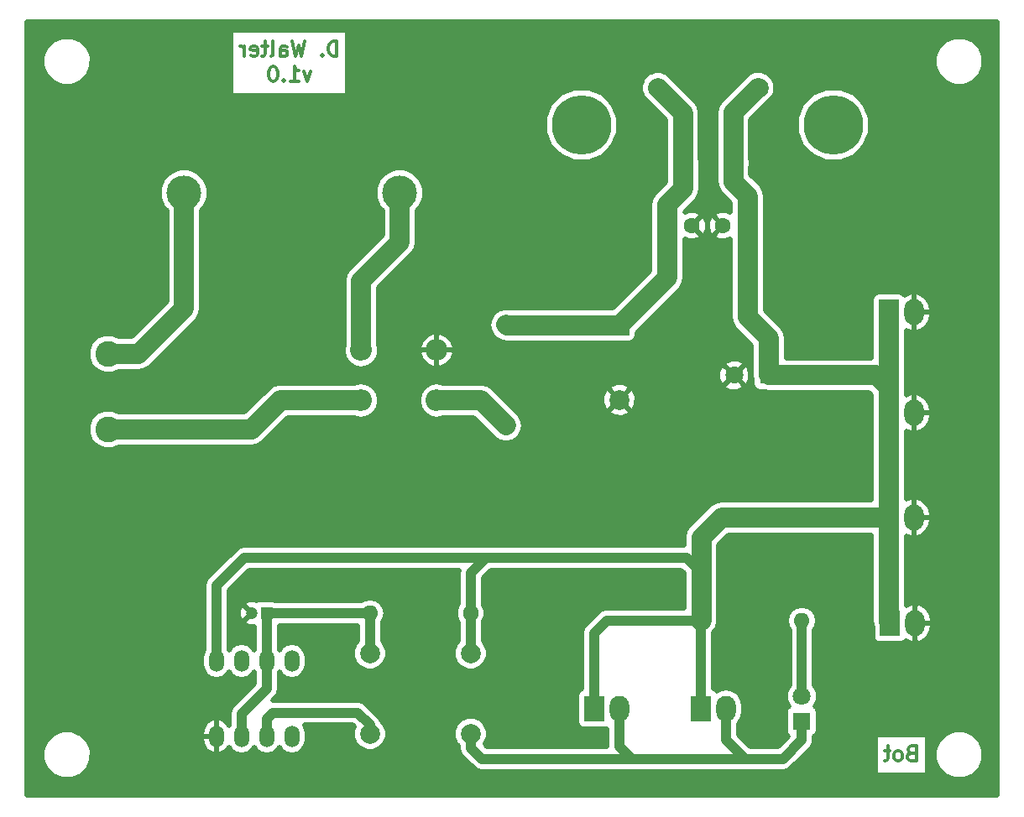
<source format=gbr>
G04 #@! TF.FileFunction,Copper,L2,Bot,Signal*
%FSLAX46Y46*%
G04 Gerber Fmt 4.6, Leading zero omitted, Abs format (unit mm)*
G04 Created by KiCad (PCBNEW 4.0.7) date 04/22/18 21:34:49*
%MOMM*%
%LPD*%
G01*
G04 APERTURE LIST*
%ADD10C,0.100000*%
%ADD11C,0.300000*%
%ADD12R,2.000000X2.600000*%
%ADD13O,2.000000X2.600000*%
%ADD14R,2.000000X2.000000*%
%ADD15C,2.000000*%
%ADD16R,1.200000X1.200000*%
%ADD17C,1.200000*%
%ADD18R,1.800000X1.800000*%
%ADD19C,1.800000*%
%ADD20O,2.199640X2.199640*%
%ADD21C,1.998980*%
%ADD22C,3.500120*%
%ADD23O,1.501140X2.199640*%
%ADD24O,2.032000X2.540000*%
%ADD25C,2.600000*%
%ADD26C,5.999480*%
%ADD27C,1.600000*%
%ADD28O,1.600000X1.600000*%
%ADD29C,2.000000*%
%ADD30C,1.000000*%
%ADD31C,0.500000*%
G04 APERTURE END LIST*
D10*
D11*
X125181714Y-66205571D02*
X125181714Y-64705571D01*
X124824571Y-64705571D01*
X124610286Y-64777000D01*
X124467428Y-64919857D01*
X124396000Y-65062714D01*
X124324571Y-65348429D01*
X124324571Y-65562714D01*
X124396000Y-65848429D01*
X124467428Y-65991286D01*
X124610286Y-66134143D01*
X124824571Y-66205571D01*
X125181714Y-66205571D01*
X123681714Y-66062714D02*
X123610286Y-66134143D01*
X123681714Y-66205571D01*
X123753143Y-66134143D01*
X123681714Y-66062714D01*
X123681714Y-66205571D01*
X121967428Y-64705571D02*
X121610285Y-66205571D01*
X121324571Y-65134143D01*
X121038857Y-66205571D01*
X120681714Y-64705571D01*
X119467428Y-66205571D02*
X119467428Y-65419857D01*
X119538857Y-65277000D01*
X119681714Y-65205571D01*
X119967428Y-65205571D01*
X120110285Y-65277000D01*
X119467428Y-66134143D02*
X119610285Y-66205571D01*
X119967428Y-66205571D01*
X120110285Y-66134143D01*
X120181714Y-65991286D01*
X120181714Y-65848429D01*
X120110285Y-65705571D01*
X119967428Y-65634143D01*
X119610285Y-65634143D01*
X119467428Y-65562714D01*
X118538856Y-66205571D02*
X118681714Y-66134143D01*
X118753142Y-65991286D01*
X118753142Y-64705571D01*
X118181714Y-65205571D02*
X117610285Y-65205571D01*
X117967428Y-64705571D02*
X117967428Y-65991286D01*
X117896000Y-66134143D01*
X117753142Y-66205571D01*
X117610285Y-66205571D01*
X116538857Y-66134143D02*
X116681714Y-66205571D01*
X116967428Y-66205571D01*
X117110285Y-66134143D01*
X117181714Y-65991286D01*
X117181714Y-65419857D01*
X117110285Y-65277000D01*
X116967428Y-65205571D01*
X116681714Y-65205571D01*
X116538857Y-65277000D01*
X116467428Y-65419857D01*
X116467428Y-65562714D01*
X117181714Y-65705571D01*
X115824571Y-66205571D02*
X115824571Y-65205571D01*
X115824571Y-65491286D02*
X115753143Y-65348429D01*
X115681714Y-65277000D01*
X115538857Y-65205571D01*
X115396000Y-65205571D01*
X122538856Y-67755571D02*
X122181713Y-68755571D01*
X121824571Y-67755571D01*
X120467428Y-68755571D02*
X121324571Y-68755571D01*
X120895999Y-68755571D02*
X120895999Y-67255571D01*
X121038856Y-67469857D01*
X121181714Y-67612714D01*
X121324571Y-67684143D01*
X119824571Y-68612714D02*
X119753143Y-68684143D01*
X119824571Y-68755571D01*
X119896000Y-68684143D01*
X119824571Y-68612714D01*
X119824571Y-68755571D01*
X118824571Y-67255571D02*
X118681714Y-67255571D01*
X118538857Y-67327000D01*
X118467428Y-67398429D01*
X118395999Y-67541286D01*
X118324571Y-67827000D01*
X118324571Y-68184143D01*
X118395999Y-68469857D01*
X118467428Y-68612714D01*
X118538857Y-68684143D01*
X118681714Y-68755571D01*
X118824571Y-68755571D01*
X118967428Y-68684143D01*
X119038857Y-68612714D01*
X119110285Y-68469857D01*
X119181714Y-68184143D01*
X119181714Y-67827000D01*
X119110285Y-67541286D01*
X119038857Y-67398429D01*
X118967428Y-67327000D01*
X118824571Y-67255571D01*
X183118000Y-136544857D02*
X182903714Y-136616286D01*
X182832286Y-136687714D01*
X182760857Y-136830571D01*
X182760857Y-137044857D01*
X182832286Y-137187714D01*
X182903714Y-137259143D01*
X183046572Y-137330571D01*
X183618000Y-137330571D01*
X183618000Y-135830571D01*
X183118000Y-135830571D01*
X182975143Y-135902000D01*
X182903714Y-135973429D01*
X182832286Y-136116286D01*
X182832286Y-136259143D01*
X182903714Y-136402000D01*
X182975143Y-136473429D01*
X183118000Y-136544857D01*
X183618000Y-136544857D01*
X181903714Y-137330571D02*
X182046572Y-137259143D01*
X182118000Y-137187714D01*
X182189429Y-137044857D01*
X182189429Y-136616286D01*
X182118000Y-136473429D01*
X182046572Y-136402000D01*
X181903714Y-136330571D01*
X181689429Y-136330571D01*
X181546572Y-136402000D01*
X181475143Y-136473429D01*
X181403714Y-136616286D01*
X181403714Y-137044857D01*
X181475143Y-137187714D01*
X181546572Y-137259143D01*
X181689429Y-137330571D01*
X181903714Y-137330571D01*
X180975143Y-136330571D02*
X180403714Y-136330571D01*
X180760857Y-135830571D02*
X180760857Y-137116286D01*
X180689429Y-137259143D01*
X180546571Y-137330571D01*
X180403714Y-137330571D01*
D12*
X180848000Y-102235000D03*
D13*
X183388000Y-102235000D03*
D14*
X153670000Y-93405000D03*
D15*
X153670000Y-100905000D03*
D16*
X118098000Y-122428000D03*
D17*
X116598000Y-122428000D03*
D18*
X168755000Y-98425000D03*
D19*
X165255000Y-98425000D03*
D20*
X135255000Y-100965000D03*
X135255000Y-95885000D03*
X127635000Y-95885000D03*
X127635000Y-100965000D03*
D21*
X157543500Y-69405500D03*
X167703500Y-69405500D03*
X138684000Y-126492000D03*
X128524000Y-126492000D03*
X128524000Y-134620000D03*
X138684000Y-134620000D03*
D22*
X109766100Y-80010000D03*
X131533900Y-80010000D03*
D23*
X113030000Y-134874000D03*
X115570000Y-134874000D03*
X118110000Y-134874000D03*
X120650000Y-134874000D03*
X120650000Y-127254000D03*
X118110000Y-127254000D03*
X115570000Y-127254000D03*
X113030000Y-127254000D03*
D24*
X162623500Y-77025500D03*
X165163500Y-77025500D03*
X160083500Y-77025500D03*
D25*
X102108000Y-96266000D03*
X102108000Y-103886000D03*
D26*
X175260000Y-73152000D03*
X149860000Y-73152000D03*
D18*
X172085000Y-133350000D03*
D19*
X172085000Y-130810000D03*
D27*
X161925000Y-123190000D03*
D28*
X172085000Y-123190000D03*
D27*
X158496000Y-83312000D03*
X160996000Y-83312000D03*
X166624000Y-83312000D03*
X164124000Y-83312000D03*
D12*
X180848000Y-92075000D03*
D13*
X183388000Y-92075000D03*
D12*
X151130000Y-132080000D03*
D13*
X153670000Y-132080000D03*
D12*
X180848000Y-112776000D03*
D13*
X183388000Y-112776000D03*
D12*
X180975000Y-123444000D03*
D13*
X183515000Y-123444000D03*
D12*
X161925000Y-132080000D03*
D13*
X164465000Y-132080000D03*
D27*
X138684000Y-122428000D03*
D28*
X128524000Y-122428000D03*
D27*
X142240000Y-93345000D03*
D28*
X142240000Y-103505000D03*
D29*
X160083500Y-77025500D02*
X160110626Y-77052626D01*
X160110626Y-77052626D02*
X160110626Y-79617158D01*
X160110626Y-79617158D02*
X158496000Y-81231784D01*
X158496000Y-81231784D02*
X158496000Y-83312000D01*
X153670000Y-93405000D02*
X142300000Y-93405000D01*
X142300000Y-93405000D02*
X142240000Y-93345000D01*
X158496000Y-83312000D02*
X158496000Y-88579000D01*
X158496000Y-88579000D02*
X153670000Y-93405000D01*
X153610000Y-93345000D02*
X153670000Y-93405000D01*
X160083500Y-77025500D02*
X160083500Y-71945500D01*
X160083500Y-71945500D02*
X157543500Y-69405500D01*
D30*
X115850465Y-116840000D02*
X140208000Y-116840000D01*
X140208000Y-116840000D02*
X140970000Y-116840000D01*
X138684000Y-122428000D02*
X138684000Y-118364000D01*
X138684000Y-118364000D02*
X140208000Y-116840000D01*
X138684000Y-126492000D02*
X138684000Y-122428000D01*
X113030000Y-127254000D02*
X113030000Y-119660465D01*
X113030000Y-119660465D02*
X115850465Y-116840000D01*
D29*
X167703500Y-69405500D02*
X167658984Y-69405500D01*
X167658984Y-69405500D02*
X165163500Y-71900984D01*
X165163500Y-71900984D02*
X165163500Y-77025500D01*
X166624000Y-83312000D02*
X166624000Y-80336257D01*
X166624000Y-80336257D02*
X165163500Y-78875757D01*
X165163500Y-78875757D02*
X165163500Y-77025500D01*
X180848000Y-92075000D02*
X180848000Y-99695000D01*
X180848000Y-99695000D02*
X180848000Y-102235000D01*
X168755000Y-98425000D02*
X179578000Y-98425000D01*
X179578000Y-98425000D02*
X180848000Y-99695000D01*
X180848000Y-112776000D02*
X163980537Y-112776000D01*
X163980537Y-112776000D02*
X161935981Y-114820556D01*
X180848000Y-112776000D02*
X180848000Y-123317000D01*
X180848000Y-123317000D02*
X180975000Y-123444000D01*
X180848000Y-102235000D02*
X180848000Y-112776000D01*
D30*
X161931692Y-127466953D02*
X161931692Y-127000000D01*
X161931692Y-127000000D02*
X161931692Y-123196692D01*
X161925000Y-132080000D02*
X161925000Y-129780000D01*
X161925000Y-129780000D02*
X161931692Y-129773308D01*
X161931692Y-129773308D02*
X161931692Y-127000000D01*
X161925000Y-123190000D02*
X152400000Y-123190000D01*
X152400000Y-123190000D02*
X151130000Y-124460000D01*
X151130000Y-124460000D02*
X151130000Y-132080000D01*
X161931692Y-123196692D02*
X161925000Y-123190000D01*
D29*
X161935981Y-123179019D02*
X161935981Y-118364000D01*
D30*
X160411981Y-116840000D02*
X161935981Y-118364000D01*
D29*
X161935981Y-118364000D02*
X161935981Y-114820556D01*
D30*
X140970000Y-116840000D02*
X160411981Y-116840000D01*
D29*
X161925000Y-123190000D02*
X161935981Y-123179019D01*
X166624000Y-83312000D02*
X166624000Y-92557878D01*
X166624000Y-92557878D02*
X168755000Y-94688878D01*
X168755000Y-94688878D02*
X168755000Y-98425000D01*
D30*
X118110000Y-127254000D02*
X118110000Y-130088167D01*
X118110000Y-130088167D02*
X115570000Y-132628167D01*
X115570000Y-132628167D02*
X115570000Y-134874000D01*
X128524000Y-126492000D02*
X128524000Y-122428000D01*
X118098000Y-122428000D02*
X128524000Y-122428000D01*
X118110000Y-127254000D02*
X118110000Y-122440000D01*
X118110000Y-122440000D02*
X118098000Y-122428000D01*
D29*
X127635000Y-95885000D02*
X127635000Y-88866704D01*
X127635000Y-88866704D02*
X131533900Y-84967804D01*
X131533900Y-84967804D02*
X131533900Y-80010000D01*
D30*
X128524000Y-134620000D02*
X128524000Y-133726926D01*
X128524000Y-133726926D02*
X127264988Y-132467914D01*
X127264988Y-132467914D02*
X118730400Y-132467914D01*
X118730400Y-132467914D02*
X118110000Y-133088314D01*
X118110000Y-133088314D02*
X118110000Y-134874000D01*
X138684000Y-134620000D02*
X138684000Y-136033492D01*
X138684000Y-136033492D02*
X139810508Y-137160000D01*
X139810508Y-137160000D02*
X145415000Y-137160000D01*
X145415000Y-137160000D02*
X154940000Y-137160000D01*
X170175000Y-137160000D02*
X166370000Y-137160000D01*
X166370000Y-137160000D02*
X165100000Y-137160000D01*
X164465000Y-132080000D02*
X164465000Y-135255000D01*
X164465000Y-135255000D02*
X166370000Y-137160000D01*
X172085000Y-133350000D02*
X172085000Y-135250000D01*
X172085000Y-135250000D02*
X170175000Y-137160000D01*
X165100000Y-137160000D02*
X157480000Y-137160000D01*
X154940000Y-137160000D02*
X157480000Y-137160000D01*
X153670000Y-132080000D02*
X153670000Y-135890000D01*
X153670000Y-135890000D02*
X154940000Y-137160000D01*
X157480000Y-137160000D02*
X158115000Y-137160000D01*
D29*
X102108000Y-103886000D02*
X116581680Y-103886000D01*
X119502680Y-100965000D02*
X127635000Y-100965000D01*
X116581680Y-103886000D02*
X119502680Y-100965000D01*
X102108000Y-96266000D02*
X105200306Y-96266000D01*
X109766100Y-91700206D02*
X109766100Y-82484958D01*
X105200306Y-96266000D02*
X109766100Y-91700206D01*
X109766100Y-82484958D02*
X109766100Y-80010000D01*
X135255000Y-100965000D02*
X139700000Y-100965000D01*
X139700000Y-100965000D02*
X142240000Y-103505000D01*
D30*
X172085000Y-130810000D02*
X172085000Y-123190000D01*
D31*
G36*
X191774000Y-140791500D02*
X93904500Y-140791500D01*
X93904500Y-137225851D01*
X95464767Y-137225851D01*
X95844576Y-138145060D01*
X96547241Y-138848952D01*
X97465786Y-139230365D01*
X98460371Y-139231233D01*
X99379580Y-138851424D01*
X100083472Y-138148759D01*
X100464885Y-137230214D01*
X100465753Y-136235629D01*
X100085944Y-135316420D01*
X99646292Y-134876000D01*
X111529430Y-134876000D01*
X111529430Y-135225250D01*
X111644419Y-135799341D01*
X111970351Y-136285728D01*
X112457605Y-136610362D01*
X112793284Y-136705032D01*
X113028000Y-136536318D01*
X113028000Y-134876000D01*
X111529430Y-134876000D01*
X99646292Y-134876000D01*
X99383279Y-134612528D01*
X99167070Y-134522750D01*
X111529430Y-134522750D01*
X111529430Y-134872000D01*
X113028000Y-134872000D01*
X113028000Y-133211682D01*
X112793284Y-133042968D01*
X112457605Y-133137638D01*
X111970351Y-133462272D01*
X111644419Y-133948659D01*
X111529430Y-134522750D01*
X99167070Y-134522750D01*
X98464734Y-134231115D01*
X97470149Y-134230247D01*
X96550940Y-134610056D01*
X95847048Y-135312721D01*
X95465635Y-136231266D01*
X95464767Y-137225851D01*
X93904500Y-137225851D01*
X93904500Y-126868510D01*
X111529430Y-126868510D01*
X111529430Y-127639490D01*
X111643654Y-128213733D01*
X111968937Y-128700553D01*
X112455757Y-129025836D01*
X113030000Y-129140060D01*
X113604243Y-129025836D01*
X114091063Y-128700553D01*
X114300000Y-128387857D01*
X114508937Y-128700553D01*
X114995757Y-129025836D01*
X115570000Y-129140060D01*
X116144243Y-129025836D01*
X116631063Y-128700553D01*
X116840000Y-128387857D01*
X116860000Y-128417789D01*
X116860000Y-129570400D01*
X114686117Y-131744284D01*
X114415151Y-132149813D01*
X114320000Y-132628167D01*
X114320000Y-133710211D01*
X114287944Y-133758186D01*
X114089649Y-133462272D01*
X113602395Y-133137638D01*
X113266716Y-133042968D01*
X113032000Y-133211682D01*
X113032000Y-134872000D01*
X113052000Y-134872000D01*
X113052000Y-134876000D01*
X113032000Y-134876000D01*
X113032000Y-136536318D01*
X113266716Y-136705032D01*
X113602395Y-136610362D01*
X114089649Y-136285728D01*
X114287944Y-135989814D01*
X114508937Y-136320553D01*
X114995757Y-136645836D01*
X115570000Y-136760060D01*
X116144243Y-136645836D01*
X116631063Y-136320553D01*
X116840000Y-136007857D01*
X117048937Y-136320553D01*
X117535757Y-136645836D01*
X118110000Y-136760060D01*
X118684243Y-136645836D01*
X119171063Y-136320553D01*
X119380000Y-136007857D01*
X119588937Y-136320553D01*
X120075757Y-136645836D01*
X120650000Y-136760060D01*
X121224243Y-136645836D01*
X121711063Y-136320553D01*
X122036346Y-135833733D01*
X122150570Y-135259490D01*
X122150570Y-134488510D01*
X122036346Y-133914267D01*
X121905147Y-133717914D01*
X126747222Y-133717914D01*
X126928843Y-133899535D01*
X126774814Y-134270478D01*
X126774207Y-134966468D01*
X127039989Y-135609712D01*
X127531699Y-136102281D01*
X128174478Y-136369186D01*
X128870468Y-136369793D01*
X129513712Y-136104011D01*
X130006281Y-135612301D01*
X130273186Y-134969522D01*
X130273793Y-134273532D01*
X130008011Y-133630288D01*
X129691761Y-133313486D01*
X129678849Y-133248572D01*
X129654200Y-133211682D01*
X129407884Y-132843043D01*
X128148871Y-131584031D01*
X127743342Y-131313065D01*
X127264988Y-131217914D01*
X118748020Y-131217914D01*
X118993883Y-130972051D01*
X119264849Y-130566522D01*
X119281989Y-130480355D01*
X119360000Y-130088167D01*
X119360000Y-128417789D01*
X119380000Y-128387857D01*
X119588937Y-128700553D01*
X120075757Y-129025836D01*
X120650000Y-129140060D01*
X121224243Y-129025836D01*
X121711063Y-128700553D01*
X122036346Y-128213733D01*
X122150570Y-127639490D01*
X122150570Y-126868510D01*
X122036346Y-126294267D01*
X121711063Y-125807447D01*
X121224243Y-125482164D01*
X120650000Y-125367940D01*
X120075757Y-125482164D01*
X119588937Y-125807447D01*
X119380000Y-126120143D01*
X119360000Y-126090211D01*
X119360000Y-123678000D01*
X127274000Y-123678000D01*
X127274000Y-125267823D01*
X127041719Y-125499699D01*
X126774814Y-126142478D01*
X126774207Y-126838468D01*
X127039989Y-127481712D01*
X127531699Y-127974281D01*
X128174478Y-128241186D01*
X128870468Y-128241793D01*
X129513712Y-127976011D01*
X130006281Y-127484301D01*
X130273186Y-126841522D01*
X130273793Y-126145532D01*
X130008011Y-125502288D01*
X129774000Y-125267868D01*
X129774000Y-123339008D01*
X129986379Y-123021159D01*
X130104366Y-122428000D01*
X129986379Y-121834841D01*
X129650382Y-121331984D01*
X129147525Y-120995987D01*
X128554366Y-120878000D01*
X128493634Y-120878000D01*
X127900475Y-120995987D01*
X127628072Y-121178000D01*
X119075192Y-121178000D01*
X118995508Y-121123554D01*
X118698000Y-121063307D01*
X117498000Y-121063307D01*
X117220067Y-121115604D01*
X117118028Y-121181264D01*
X116917380Y-121089117D01*
X116380700Y-121068812D01*
X115877103Y-121255431D01*
X115790563Y-121313255D01*
X115758702Y-121585874D01*
X116598000Y-122425172D01*
X116612143Y-122411030D01*
X116614971Y-122413858D01*
X116600828Y-122428000D01*
X116614971Y-122442143D01*
X116612143Y-122444971D01*
X116598000Y-122430828D01*
X115758702Y-123270126D01*
X115790563Y-123542745D01*
X116278620Y-123766883D01*
X116815300Y-123787188D01*
X116860000Y-123770623D01*
X116860000Y-126090211D01*
X116840000Y-126120143D01*
X116631063Y-125807447D01*
X116144243Y-125482164D01*
X115570000Y-125367940D01*
X114995757Y-125482164D01*
X114508937Y-125807447D01*
X114300000Y-126120143D01*
X114280000Y-126090211D01*
X114280000Y-122645300D01*
X115238812Y-122645300D01*
X115425431Y-123148897D01*
X115483255Y-123235437D01*
X115755874Y-123267298D01*
X116595172Y-122428000D01*
X115755874Y-121588702D01*
X115483255Y-121620563D01*
X115259117Y-122108620D01*
X115238812Y-122645300D01*
X114280000Y-122645300D01*
X114280000Y-120178231D01*
X116368232Y-118090000D01*
X137488502Y-118090000D01*
X137434000Y-118364000D01*
X137434000Y-121485699D01*
X137370740Y-121548849D01*
X137134270Y-122118333D01*
X137133732Y-122734961D01*
X137369208Y-123304857D01*
X137434000Y-123369762D01*
X137434000Y-125267823D01*
X137201719Y-125499699D01*
X136934814Y-126142478D01*
X136934207Y-126838468D01*
X137199989Y-127481712D01*
X137691699Y-127974281D01*
X138334478Y-128241186D01*
X139030468Y-128241793D01*
X139673712Y-127976011D01*
X140166281Y-127484301D01*
X140433186Y-126841522D01*
X140433793Y-126145532D01*
X140168011Y-125502288D01*
X139934000Y-125267868D01*
X139934000Y-123370301D01*
X139997260Y-123307151D01*
X140233730Y-122737667D01*
X140234268Y-122121039D01*
X139998792Y-121551143D01*
X139934000Y-121486238D01*
X139934000Y-118881766D01*
X140725767Y-118090000D01*
X159894215Y-118090000D01*
X160185981Y-118381766D01*
X160185981Y-121940000D01*
X152400000Y-121940000D01*
X151921646Y-122035151D01*
X151516116Y-122306117D01*
X150246117Y-123576117D01*
X149975151Y-123981646D01*
X149880000Y-124460000D01*
X149880000Y-130062348D01*
X149852067Y-130067604D01*
X149596802Y-130231862D01*
X149425554Y-130482492D01*
X149365307Y-130780000D01*
X149365307Y-133380000D01*
X149417604Y-133657933D01*
X149581862Y-133913198D01*
X149832492Y-134084446D01*
X150130000Y-134144693D01*
X152130000Y-134144693D01*
X152407933Y-134092396D01*
X152420000Y-134084631D01*
X152420000Y-135890000D01*
X152423978Y-135910000D01*
X140328275Y-135910000D01*
X140098369Y-135680095D01*
X140166281Y-135612301D01*
X140433186Y-134969522D01*
X140433793Y-134273532D01*
X140168011Y-133630288D01*
X139676301Y-133137719D01*
X139033522Y-132870814D01*
X138337532Y-132870207D01*
X137694288Y-133135989D01*
X137201719Y-133627699D01*
X136934814Y-134270478D01*
X136934207Y-134966468D01*
X137199989Y-135609712D01*
X137434000Y-135844132D01*
X137434000Y-136033492D01*
X137526795Y-136500000D01*
X137529151Y-136511846D01*
X137800117Y-136917375D01*
X138926625Y-138043884D01*
X139332154Y-138314849D01*
X139810508Y-138410000D01*
X170175000Y-138410000D01*
X170653354Y-138314849D01*
X171058883Y-138043883D01*
X172968884Y-136133883D01*
X173239849Y-135728354D01*
X173314640Y-135352354D01*
X173335000Y-135250000D01*
X173335000Y-134916022D01*
X173518198Y-134798138D01*
X173583886Y-134702000D01*
X179510857Y-134702000D01*
X179510857Y-138752000D01*
X184725143Y-138752000D01*
X184725143Y-137225851D01*
X185464587Y-137225851D01*
X185844396Y-138145060D01*
X186547061Y-138848952D01*
X187465606Y-139230365D01*
X188460191Y-139231233D01*
X189379400Y-138851424D01*
X190083292Y-138148759D01*
X190464705Y-137230214D01*
X190465573Y-136235629D01*
X190085764Y-135316420D01*
X189383099Y-134612528D01*
X188464554Y-134231115D01*
X187469969Y-134230247D01*
X186550760Y-134610056D01*
X185846868Y-135312721D01*
X185465455Y-136231266D01*
X185464587Y-137225851D01*
X184725143Y-137225851D01*
X184725143Y-134702000D01*
X179510857Y-134702000D01*
X173583886Y-134702000D01*
X173689446Y-134547508D01*
X173749693Y-134250000D01*
X173749693Y-132450000D01*
X173697396Y-132172067D01*
X173533138Y-131916802D01*
X173401712Y-131827002D01*
X173482986Y-131745870D01*
X173734713Y-131139645D01*
X173735285Y-130483235D01*
X173484617Y-129876571D01*
X173335000Y-129726693D01*
X173335000Y-124101008D01*
X173547379Y-123783159D01*
X173665366Y-123190000D01*
X173547379Y-122596841D01*
X173211382Y-122093984D01*
X172708525Y-121757987D01*
X172115366Y-121640000D01*
X172054634Y-121640000D01*
X171461475Y-121757987D01*
X170958618Y-122093984D01*
X170622621Y-122596841D01*
X170504634Y-123190000D01*
X170622621Y-123783159D01*
X170835000Y-124101008D01*
X170835000Y-129726402D01*
X170687014Y-129874130D01*
X170435287Y-130480355D01*
X170434715Y-131136765D01*
X170685383Y-131743429D01*
X170768547Y-131826739D01*
X170651802Y-131901862D01*
X170480554Y-132152492D01*
X170420307Y-132450000D01*
X170420307Y-134250000D01*
X170472604Y-134527933D01*
X170636862Y-134783198D01*
X170724295Y-134842938D01*
X169657234Y-135910000D01*
X166887767Y-135910000D01*
X165715000Y-134737234D01*
X165715000Y-133638797D01*
X166081789Y-133089858D01*
X166215000Y-132420162D01*
X166215000Y-131739838D01*
X166081789Y-131070142D01*
X165702437Y-130502401D01*
X165134696Y-130123049D01*
X164465000Y-129989838D01*
X163795304Y-130123049D01*
X163514318Y-130310798D01*
X163473138Y-130246802D01*
X163222508Y-130075554D01*
X163175000Y-130065933D01*
X163175000Y-129806951D01*
X163181692Y-129773308D01*
X163181692Y-124404073D01*
X163552770Y-123848715D01*
X163685981Y-123179019D01*
X163685981Y-115545430D01*
X164705411Y-114526000D01*
X179098000Y-114526000D01*
X179098000Y-123317000D01*
X179210307Y-123881605D01*
X179210307Y-124744000D01*
X179262604Y-125021933D01*
X179426862Y-125277198D01*
X179677492Y-125448446D01*
X179975000Y-125508693D01*
X181975000Y-125508693D01*
X182252933Y-125456396D01*
X182508198Y-125292138D01*
X182581672Y-125184606D01*
X182847151Y-125361555D01*
X183239264Y-125472141D01*
X183513000Y-125306499D01*
X183513000Y-123446000D01*
X183517000Y-123446000D01*
X183517000Y-125306499D01*
X183790736Y-125472141D01*
X184182849Y-125361555D01*
X184751023Y-124982851D01*
X185131024Y-124415544D01*
X185265000Y-123746000D01*
X185265000Y-123446000D01*
X183517000Y-123446000D01*
X183513000Y-123446000D01*
X183493000Y-123446000D01*
X183493000Y-123442000D01*
X183513000Y-123442000D01*
X183513000Y-121581501D01*
X183517000Y-121581501D01*
X183517000Y-123442000D01*
X185265000Y-123442000D01*
X185265000Y-123142000D01*
X185131024Y-122472456D01*
X184751023Y-121905149D01*
X184182849Y-121526445D01*
X183790736Y-121415859D01*
X183517000Y-121581501D01*
X183513000Y-121581501D01*
X183239264Y-121415859D01*
X182847151Y-121526445D01*
X182598000Y-121692511D01*
X182598000Y-114612138D01*
X182720151Y-114693555D01*
X183112264Y-114804141D01*
X183386000Y-114638499D01*
X183386000Y-112778000D01*
X183390000Y-112778000D01*
X183390000Y-114638499D01*
X183663736Y-114804141D01*
X184055849Y-114693555D01*
X184624023Y-114314851D01*
X185004024Y-113747544D01*
X185138000Y-113078000D01*
X185138000Y-112778000D01*
X183390000Y-112778000D01*
X183386000Y-112778000D01*
X183366000Y-112778000D01*
X183366000Y-112774000D01*
X183386000Y-112774000D01*
X183386000Y-110913501D01*
X183390000Y-110913501D01*
X183390000Y-112774000D01*
X185138000Y-112774000D01*
X185138000Y-112474000D01*
X185004024Y-111804456D01*
X184624023Y-111237149D01*
X184055849Y-110858445D01*
X183663736Y-110747859D01*
X183390000Y-110913501D01*
X183386000Y-110913501D01*
X183112264Y-110747859D01*
X182720151Y-110858445D01*
X182598000Y-110939862D01*
X182598000Y-104071138D01*
X182720151Y-104152555D01*
X183112264Y-104263141D01*
X183386000Y-104097499D01*
X183386000Y-102237000D01*
X183390000Y-102237000D01*
X183390000Y-104097499D01*
X183663736Y-104263141D01*
X184055849Y-104152555D01*
X184624023Y-103773851D01*
X185004024Y-103206544D01*
X185138000Y-102537000D01*
X185138000Y-102237000D01*
X183390000Y-102237000D01*
X183386000Y-102237000D01*
X183366000Y-102237000D01*
X183366000Y-102233000D01*
X183386000Y-102233000D01*
X183386000Y-100372501D01*
X183390000Y-100372501D01*
X183390000Y-102233000D01*
X185138000Y-102233000D01*
X185138000Y-101933000D01*
X185004024Y-101263456D01*
X184624023Y-100696149D01*
X184055849Y-100317445D01*
X183663736Y-100206859D01*
X183390000Y-100372501D01*
X183386000Y-100372501D01*
X183112264Y-100206859D01*
X182720151Y-100317445D01*
X182598000Y-100398862D01*
X182598000Y-93911138D01*
X182720151Y-93992555D01*
X183112264Y-94103141D01*
X183386000Y-93937499D01*
X183386000Y-92077000D01*
X183390000Y-92077000D01*
X183390000Y-93937499D01*
X183663736Y-94103141D01*
X184055849Y-93992555D01*
X184624023Y-93613851D01*
X185004024Y-93046544D01*
X185138000Y-92377000D01*
X185138000Y-92077000D01*
X183390000Y-92077000D01*
X183386000Y-92077000D01*
X183366000Y-92077000D01*
X183366000Y-92073000D01*
X183386000Y-92073000D01*
X183386000Y-90212501D01*
X183390000Y-90212501D01*
X183390000Y-92073000D01*
X185138000Y-92073000D01*
X185138000Y-91773000D01*
X185004024Y-91103456D01*
X184624023Y-90536149D01*
X184055849Y-90157445D01*
X183663736Y-90046859D01*
X183390000Y-90212501D01*
X183386000Y-90212501D01*
X183112264Y-90046859D01*
X182720151Y-90157445D01*
X182455405Y-90333906D01*
X182396138Y-90241802D01*
X182145508Y-90070554D01*
X181848000Y-90010307D01*
X179848000Y-90010307D01*
X179570067Y-90062604D01*
X179314802Y-90226862D01*
X179143554Y-90477492D01*
X179083307Y-90775000D01*
X179083307Y-93375000D01*
X179098000Y-93453086D01*
X179098000Y-96675000D01*
X170505000Y-96675000D01*
X170505000Y-94688878D01*
X170371789Y-94019182D01*
X169992437Y-93451441D01*
X168374000Y-91833004D01*
X168374000Y-80336257D01*
X168240789Y-79666561D01*
X167861437Y-79098820D01*
X166913500Y-78150883D01*
X166913500Y-77399511D01*
X166929500Y-77319074D01*
X166929500Y-76731926D01*
X166913500Y-76651489D01*
X166913500Y-73894597D01*
X171509610Y-73894597D01*
X172079271Y-75273282D01*
X173133169Y-76329021D01*
X174510858Y-76901088D01*
X176002597Y-76902390D01*
X177381282Y-76332729D01*
X178437021Y-75278831D01*
X179009088Y-73901142D01*
X179010390Y-72409403D01*
X178440729Y-71030718D01*
X177386831Y-69974979D01*
X176009142Y-69402912D01*
X174517403Y-69401610D01*
X173138718Y-69971271D01*
X172082979Y-71025169D01*
X171510912Y-72402858D01*
X171509610Y-73894597D01*
X166913500Y-73894597D01*
X166913500Y-72625858D01*
X168619312Y-70920046D01*
X168693212Y-70889511D01*
X168938759Y-70644392D01*
X168940937Y-70642937D01*
X168942380Y-70640778D01*
X169185781Y-70397801D01*
X169318834Y-70077373D01*
X169320289Y-70075196D01*
X169320795Y-70072650D01*
X169452686Y-69755022D01*
X169452989Y-69408071D01*
X169453500Y-69405500D01*
X169452993Y-69402951D01*
X169453293Y-69059032D01*
X169320800Y-68738373D01*
X169320289Y-68735804D01*
X169318846Y-68733645D01*
X169187511Y-68415788D01*
X168942392Y-68170241D01*
X168940937Y-68168063D01*
X168938778Y-68166620D01*
X168695801Y-67923219D01*
X168375373Y-67790166D01*
X168373196Y-67788711D01*
X168370650Y-67788205D01*
X168053022Y-67656314D01*
X167706071Y-67656011D01*
X167703500Y-67655500D01*
X167658984Y-67655500D01*
X167656630Y-67655968D01*
X167357032Y-67655707D01*
X167077697Y-67771125D01*
X166989288Y-67788711D01*
X166914994Y-67838353D01*
X166713788Y-67921489D01*
X166558355Y-68076651D01*
X166421547Y-68168063D01*
X163926063Y-70663547D01*
X163546711Y-71231288D01*
X163413500Y-71900984D01*
X163413500Y-76651489D01*
X163397500Y-76731926D01*
X163397500Y-77319074D01*
X163413500Y-77399511D01*
X163413500Y-78875757D01*
X163546711Y-79545453D01*
X163926063Y-80113194D01*
X164874000Y-81061131D01*
X164874000Y-81950819D01*
X164490983Y-81774834D01*
X163874800Y-81751405D01*
X163296556Y-81965563D01*
X163196703Y-82032282D01*
X163140510Y-82325681D01*
X164124000Y-83309172D01*
X164138142Y-83295029D01*
X164140971Y-83297858D01*
X164126828Y-83312000D01*
X164140971Y-83326142D01*
X164138142Y-83328971D01*
X164124000Y-83314828D01*
X163140510Y-84298319D01*
X163196703Y-84591718D01*
X163757017Y-84849166D01*
X164373200Y-84872595D01*
X164874000Y-84687119D01*
X164874000Y-92557878D01*
X165007211Y-93227574D01*
X165386563Y-93795315D01*
X167005000Y-95413752D01*
X167005000Y-98425000D01*
X167090307Y-98853867D01*
X167090307Y-99325000D01*
X167142604Y-99602933D01*
X167306862Y-99858198D01*
X167557492Y-100029446D01*
X167855000Y-100089693D01*
X168326133Y-100089693D01*
X168755000Y-100175000D01*
X178853126Y-100175000D01*
X179098000Y-100419874D01*
X179098000Y-100862444D01*
X179083307Y-100935000D01*
X179083307Y-103535000D01*
X179098000Y-103613086D01*
X179098000Y-111026000D01*
X163980537Y-111026000D01*
X163310841Y-111159211D01*
X162743100Y-111538563D01*
X160698544Y-113583119D01*
X160319192Y-114150860D01*
X160185981Y-114820556D01*
X160185981Y-115590000D01*
X115850465Y-115590000D01*
X115372111Y-115685151D01*
X114966582Y-115956116D01*
X112146117Y-118776582D01*
X111875151Y-119182111D01*
X111780000Y-119660465D01*
X111780000Y-126090211D01*
X111643654Y-126294267D01*
X111529430Y-126868510D01*
X93904500Y-126868510D01*
X93904500Y-104291981D01*
X100057645Y-104291981D01*
X100369081Y-105045715D01*
X100945252Y-105622892D01*
X101698441Y-105935643D01*
X102513981Y-105936355D01*
X103240897Y-105636000D01*
X116581680Y-105636000D01*
X117251376Y-105502789D01*
X117819117Y-105123437D01*
X120227554Y-102715000D01*
X126950980Y-102715000D01*
X127635000Y-102851060D01*
X128342895Y-102710251D01*
X128943020Y-102309260D01*
X129344011Y-101709135D01*
X129484820Y-101001240D01*
X129484820Y-100928760D01*
X133405180Y-100928760D01*
X133405180Y-101001240D01*
X133545989Y-101709135D01*
X133946980Y-102309260D01*
X134547105Y-102710251D01*
X135255000Y-102851060D01*
X135939020Y-102715000D01*
X138975126Y-102715000D01*
X141002563Y-104742437D01*
X141570304Y-105121789D01*
X142240000Y-105255000D01*
X142909696Y-105121789D01*
X143477437Y-104742437D01*
X143856789Y-104174696D01*
X143990000Y-103505000D01*
X143856789Y-102835304D01*
X143477437Y-102267563D01*
X143245385Y-102035511D01*
X152542317Y-102035511D01*
X152622842Y-102349692D01*
X153255411Y-102640451D01*
X153951098Y-102667005D01*
X154603991Y-102425309D01*
X154717158Y-102349692D01*
X154797683Y-102035511D01*
X153670000Y-100907828D01*
X152542317Y-102035511D01*
X143245385Y-102035511D01*
X142395972Y-101186098D01*
X151907995Y-101186098D01*
X152149691Y-101838991D01*
X152225308Y-101952158D01*
X152539489Y-102032683D01*
X153667172Y-100905000D01*
X153672828Y-100905000D01*
X154800511Y-102032683D01*
X155114692Y-101952158D01*
X155405451Y-101319589D01*
X155432005Y-100623902D01*
X155190309Y-99971009D01*
X155114692Y-99857842D01*
X154800511Y-99777317D01*
X153672828Y-100905000D01*
X153667172Y-100905000D01*
X152539489Y-99777317D01*
X152225308Y-99857842D01*
X151934549Y-100490411D01*
X151907995Y-101186098D01*
X142395972Y-101186098D01*
X140984363Y-99774489D01*
X152542317Y-99774489D01*
X153670000Y-100902172D01*
X154797683Y-99774489D01*
X154723081Y-99483414D01*
X164199414Y-99483414D01*
X164267773Y-99787204D01*
X164864214Y-100061308D01*
X165520149Y-100086299D01*
X166135717Y-99858372D01*
X166242227Y-99787204D01*
X166310586Y-99483414D01*
X165255000Y-98427828D01*
X164199414Y-99483414D01*
X154723081Y-99483414D01*
X154717158Y-99460308D01*
X154084589Y-99169549D01*
X153388902Y-99142995D01*
X152736009Y-99384691D01*
X152622842Y-99460308D01*
X152542317Y-99774489D01*
X140984363Y-99774489D01*
X140937437Y-99727563D01*
X140369696Y-99348211D01*
X139700000Y-99215000D01*
X135939020Y-99215000D01*
X135255000Y-99078940D01*
X134547105Y-99219749D01*
X133946980Y-99620740D01*
X133545989Y-100220865D01*
X133405180Y-100928760D01*
X129484820Y-100928760D01*
X129344011Y-100220865D01*
X128943020Y-99620740D01*
X128342895Y-99219749D01*
X127635000Y-99078940D01*
X126950980Y-99215000D01*
X119502680Y-99215000D01*
X118832984Y-99348211D01*
X118265243Y-99727563D01*
X115856806Y-102136000D01*
X103239180Y-102136000D01*
X102517559Y-101836357D01*
X101702019Y-101835645D01*
X100948285Y-102147081D01*
X100371108Y-102723252D01*
X100058357Y-103476441D01*
X100057645Y-104291981D01*
X93904500Y-104291981D01*
X93904500Y-98690149D01*
X163593701Y-98690149D01*
X163821628Y-99305717D01*
X163892796Y-99412227D01*
X164196586Y-99480586D01*
X165252172Y-98425000D01*
X165257828Y-98425000D01*
X166313414Y-99480586D01*
X166617204Y-99412227D01*
X166891308Y-98815786D01*
X166916299Y-98159851D01*
X166688372Y-97544283D01*
X166617204Y-97437773D01*
X166313414Y-97369414D01*
X165257828Y-98425000D01*
X165252172Y-98425000D01*
X164196586Y-97369414D01*
X163892796Y-97437773D01*
X163618692Y-98034214D01*
X163593701Y-98690149D01*
X93904500Y-98690149D01*
X93904500Y-96671981D01*
X100057645Y-96671981D01*
X100369081Y-97425715D01*
X100945252Y-98002892D01*
X101698441Y-98315643D01*
X102513981Y-98316355D01*
X103240897Y-98016000D01*
X105200306Y-98016000D01*
X105870002Y-97882789D01*
X106437743Y-97503437D01*
X108092420Y-95848760D01*
X125785180Y-95848760D01*
X125785180Y-95921240D01*
X125925989Y-96629135D01*
X126326980Y-97229260D01*
X126927105Y-97630251D01*
X127635000Y-97771060D01*
X128342895Y-97630251D01*
X128943020Y-97229260D01*
X129344011Y-96629135D01*
X129434075Y-96176351D01*
X133428268Y-96176351D01*
X133678815Y-96853233D01*
X134169322Y-97382711D01*
X134825114Y-97684176D01*
X134963649Y-97711732D01*
X135253000Y-97547319D01*
X135253000Y-95887000D01*
X135257000Y-95887000D01*
X135257000Y-97547319D01*
X135546351Y-97711732D01*
X135684886Y-97684176D01*
X136340678Y-97382711D01*
X136355616Y-97366586D01*
X164199414Y-97366586D01*
X165255000Y-98422172D01*
X166310586Y-97366586D01*
X166242227Y-97062796D01*
X165645786Y-96788692D01*
X164989851Y-96763701D01*
X164374283Y-96991628D01*
X164267773Y-97062796D01*
X164199414Y-97366586D01*
X136355616Y-97366586D01*
X136831185Y-96853233D01*
X137081732Y-96176351D01*
X136917319Y-95887000D01*
X135257000Y-95887000D01*
X135253000Y-95887000D01*
X133592681Y-95887000D01*
X133428268Y-96176351D01*
X129434075Y-96176351D01*
X129484820Y-95921240D01*
X129484820Y-95848760D01*
X129434076Y-95593649D01*
X133428268Y-95593649D01*
X133592681Y-95883000D01*
X135253000Y-95883000D01*
X135253000Y-94222681D01*
X135257000Y-94222681D01*
X135257000Y-95883000D01*
X136917319Y-95883000D01*
X137081732Y-95593649D01*
X136831185Y-94916767D01*
X136340678Y-94387289D01*
X135684886Y-94085824D01*
X135546351Y-94058268D01*
X135257000Y-94222681D01*
X135253000Y-94222681D01*
X134963649Y-94058268D01*
X134825114Y-94085824D01*
X134169322Y-94387289D01*
X133678815Y-94916767D01*
X133428268Y-95593649D01*
X129434076Y-95593649D01*
X129385000Y-95346931D01*
X129385000Y-93345000D01*
X140490000Y-93345000D01*
X140623211Y-94014696D01*
X141002563Y-94582437D01*
X141062563Y-94642437D01*
X141630304Y-95021789D01*
X142300000Y-95155000D01*
X152597444Y-95155000D01*
X152670000Y-95169693D01*
X154670000Y-95169693D01*
X154947933Y-95117396D01*
X155203198Y-94953138D01*
X155374446Y-94702508D01*
X155434693Y-94405000D01*
X155434693Y-94115181D01*
X159733437Y-89816437D01*
X160112789Y-89248696D01*
X160246000Y-88579000D01*
X160246000Y-84673181D01*
X160629017Y-84849166D01*
X161245200Y-84872595D01*
X161823444Y-84658437D01*
X161923297Y-84591718D01*
X161979490Y-84298319D01*
X160996000Y-83314828D01*
X160981858Y-83328971D01*
X160979029Y-83326142D01*
X160993172Y-83312000D01*
X160998828Y-83312000D01*
X161982319Y-84295490D01*
X162275718Y-84239297D01*
X162533166Y-83678983D01*
X162537644Y-83561200D01*
X162563405Y-83561200D01*
X162777563Y-84139444D01*
X162844282Y-84239297D01*
X163137681Y-84295490D01*
X164121172Y-83312000D01*
X163137681Y-82328510D01*
X162844282Y-82384703D01*
X162586834Y-82945017D01*
X162563405Y-83561200D01*
X162537644Y-83561200D01*
X162556595Y-83062800D01*
X162342437Y-82484556D01*
X162275718Y-82384703D01*
X161982319Y-82328510D01*
X160998828Y-83312000D01*
X160993172Y-83312000D01*
X160979029Y-83297858D01*
X160981858Y-83295029D01*
X160996000Y-83309172D01*
X161979490Y-82325681D01*
X161923297Y-82032282D01*
X161362983Y-81774834D01*
X160746800Y-81751405D01*
X160277410Y-81925248D01*
X161348063Y-80854595D01*
X161727415Y-80286854D01*
X161860626Y-79617158D01*
X161860626Y-77052626D01*
X161849500Y-76996692D01*
X161849500Y-76731926D01*
X161833500Y-76651489D01*
X161833500Y-71945500D01*
X161700289Y-71275804D01*
X161320937Y-70708063D01*
X158780937Y-68168063D01*
X158778778Y-68166620D01*
X158535801Y-67923219D01*
X158215373Y-67790166D01*
X158213196Y-67788711D01*
X158210650Y-67788205D01*
X157893022Y-67656314D01*
X157546071Y-67656011D01*
X157543500Y-67655500D01*
X157540951Y-67656007D01*
X157197032Y-67655707D01*
X156876373Y-67788200D01*
X156873804Y-67788711D01*
X156871645Y-67790154D01*
X156553788Y-67921489D01*
X156308241Y-68166608D01*
X156306063Y-68168063D01*
X156304620Y-68170222D01*
X156061219Y-68413199D01*
X155928166Y-68733627D01*
X155926711Y-68735804D01*
X155926205Y-68738350D01*
X155794314Y-69055978D01*
X155794011Y-69402929D01*
X155793500Y-69405500D01*
X155794007Y-69408049D01*
X155793707Y-69751968D01*
X155926200Y-70072627D01*
X155926711Y-70075196D01*
X155928154Y-70077355D01*
X156059489Y-70395212D01*
X156304608Y-70640759D01*
X156306063Y-70642937D01*
X158333500Y-72670374D01*
X158333500Y-76651489D01*
X158317500Y-76731926D01*
X158317500Y-77319074D01*
X158360626Y-77535883D01*
X158360626Y-78892284D01*
X157258563Y-79994347D01*
X156879211Y-80562088D01*
X156746000Y-81231784D01*
X156746000Y-87854126D01*
X152959819Y-91640307D01*
X152670000Y-91640307D01*
X152591914Y-91655000D01*
X142541640Y-91655000D01*
X142240000Y-91595000D01*
X141570304Y-91728211D01*
X141002563Y-92107563D01*
X140623211Y-92675304D01*
X140490000Y-93345000D01*
X129385000Y-93345000D01*
X129385000Y-89591578D01*
X132771337Y-86205241D01*
X133150689Y-85637500D01*
X133283900Y-84967804D01*
X133283900Y-81795589D01*
X133652112Y-81428019D01*
X134033525Y-80509474D01*
X134034393Y-79514889D01*
X133654584Y-78595680D01*
X132951919Y-77891788D01*
X132033374Y-77510375D01*
X131038789Y-77509507D01*
X130119580Y-77889316D01*
X129415688Y-78591981D01*
X129034275Y-79510526D01*
X129033407Y-80505111D01*
X129413216Y-81424320D01*
X129783900Y-81795651D01*
X129783900Y-84242930D01*
X126397563Y-87629267D01*
X126018211Y-88197008D01*
X125885000Y-88866704D01*
X125885000Y-95346931D01*
X125785180Y-95848760D01*
X108092420Y-95848760D01*
X111003537Y-92937643D01*
X111382889Y-92369902D01*
X111516100Y-91700206D01*
X111516100Y-81795589D01*
X111884312Y-81428019D01*
X112265725Y-80509474D01*
X112266593Y-79514889D01*
X111886784Y-78595680D01*
X111184119Y-77891788D01*
X110265574Y-77510375D01*
X109270989Y-77509507D01*
X108351780Y-77889316D01*
X107647888Y-78591981D01*
X107266475Y-79510526D01*
X107265607Y-80505111D01*
X107645416Y-81424320D01*
X108016100Y-81795651D01*
X108016100Y-90975332D01*
X104475432Y-94516000D01*
X103239180Y-94516000D01*
X102517559Y-94216357D01*
X101702019Y-94215645D01*
X100948285Y-94527081D01*
X100371108Y-95103252D01*
X100058357Y-95856441D01*
X100057645Y-96671981D01*
X93904500Y-96671981D01*
X93904500Y-73894597D01*
X146109610Y-73894597D01*
X146679271Y-75273282D01*
X147733169Y-76329021D01*
X149110858Y-76901088D01*
X150602597Y-76902390D01*
X151981282Y-76332729D01*
X153037021Y-75278831D01*
X153609088Y-73901142D01*
X153610390Y-72409403D01*
X153040729Y-71030718D01*
X151986831Y-69974979D01*
X150609142Y-69402912D01*
X149117403Y-69401610D01*
X147738718Y-69971271D01*
X146682979Y-71025169D01*
X146110912Y-72402858D01*
X146109610Y-73894597D01*
X93904500Y-73894597D01*
X93904500Y-67225991D01*
X95464767Y-67225991D01*
X95844576Y-68145200D01*
X96547241Y-68849092D01*
X97465786Y-69230505D01*
X98460371Y-69231373D01*
X99379580Y-68851564D01*
X100083472Y-68148899D01*
X100464885Y-67230354D01*
X100465753Y-66235769D01*
X100085944Y-65316560D01*
X99383279Y-64612668D01*
X98464734Y-64231255D01*
X97470149Y-64230387D01*
X96550940Y-64610196D01*
X95847048Y-65312861D01*
X95465635Y-66231406D01*
X95464767Y-67225991D01*
X93904500Y-67225991D01*
X93904500Y-63577000D01*
X114503143Y-63577000D01*
X114503143Y-70177000D01*
X126288857Y-70177000D01*
X126288857Y-67225991D01*
X185464587Y-67225991D01*
X185844396Y-68145200D01*
X186547061Y-68849092D01*
X187465606Y-69230505D01*
X188460191Y-69231373D01*
X189379400Y-68851564D01*
X190083292Y-68148899D01*
X190464705Y-67230354D01*
X190465573Y-66235769D01*
X190085764Y-65316560D01*
X189383099Y-64612668D01*
X188464554Y-64231255D01*
X187469969Y-64230387D01*
X186550760Y-64610196D01*
X185846868Y-65312861D01*
X185465455Y-66231406D01*
X185464587Y-67225991D01*
X126288857Y-67225991D01*
X126288857Y-63577000D01*
X114503143Y-63577000D01*
X93904500Y-63577000D01*
X93904500Y-62734000D01*
X191774000Y-62734000D01*
X191774000Y-140791500D01*
X191774000Y-140791500D01*
G37*
X191774000Y-140791500D02*
X93904500Y-140791500D01*
X93904500Y-137225851D01*
X95464767Y-137225851D01*
X95844576Y-138145060D01*
X96547241Y-138848952D01*
X97465786Y-139230365D01*
X98460371Y-139231233D01*
X99379580Y-138851424D01*
X100083472Y-138148759D01*
X100464885Y-137230214D01*
X100465753Y-136235629D01*
X100085944Y-135316420D01*
X99646292Y-134876000D01*
X111529430Y-134876000D01*
X111529430Y-135225250D01*
X111644419Y-135799341D01*
X111970351Y-136285728D01*
X112457605Y-136610362D01*
X112793284Y-136705032D01*
X113028000Y-136536318D01*
X113028000Y-134876000D01*
X111529430Y-134876000D01*
X99646292Y-134876000D01*
X99383279Y-134612528D01*
X99167070Y-134522750D01*
X111529430Y-134522750D01*
X111529430Y-134872000D01*
X113028000Y-134872000D01*
X113028000Y-133211682D01*
X112793284Y-133042968D01*
X112457605Y-133137638D01*
X111970351Y-133462272D01*
X111644419Y-133948659D01*
X111529430Y-134522750D01*
X99167070Y-134522750D01*
X98464734Y-134231115D01*
X97470149Y-134230247D01*
X96550940Y-134610056D01*
X95847048Y-135312721D01*
X95465635Y-136231266D01*
X95464767Y-137225851D01*
X93904500Y-137225851D01*
X93904500Y-126868510D01*
X111529430Y-126868510D01*
X111529430Y-127639490D01*
X111643654Y-128213733D01*
X111968937Y-128700553D01*
X112455757Y-129025836D01*
X113030000Y-129140060D01*
X113604243Y-129025836D01*
X114091063Y-128700553D01*
X114300000Y-128387857D01*
X114508937Y-128700553D01*
X114995757Y-129025836D01*
X115570000Y-129140060D01*
X116144243Y-129025836D01*
X116631063Y-128700553D01*
X116840000Y-128387857D01*
X116860000Y-128417789D01*
X116860000Y-129570400D01*
X114686117Y-131744284D01*
X114415151Y-132149813D01*
X114320000Y-132628167D01*
X114320000Y-133710211D01*
X114287944Y-133758186D01*
X114089649Y-133462272D01*
X113602395Y-133137638D01*
X113266716Y-133042968D01*
X113032000Y-133211682D01*
X113032000Y-134872000D01*
X113052000Y-134872000D01*
X113052000Y-134876000D01*
X113032000Y-134876000D01*
X113032000Y-136536318D01*
X113266716Y-136705032D01*
X113602395Y-136610362D01*
X114089649Y-136285728D01*
X114287944Y-135989814D01*
X114508937Y-136320553D01*
X114995757Y-136645836D01*
X115570000Y-136760060D01*
X116144243Y-136645836D01*
X116631063Y-136320553D01*
X116840000Y-136007857D01*
X117048937Y-136320553D01*
X117535757Y-136645836D01*
X118110000Y-136760060D01*
X118684243Y-136645836D01*
X119171063Y-136320553D01*
X119380000Y-136007857D01*
X119588937Y-136320553D01*
X120075757Y-136645836D01*
X120650000Y-136760060D01*
X121224243Y-136645836D01*
X121711063Y-136320553D01*
X122036346Y-135833733D01*
X122150570Y-135259490D01*
X122150570Y-134488510D01*
X122036346Y-133914267D01*
X121905147Y-133717914D01*
X126747222Y-133717914D01*
X126928843Y-133899535D01*
X126774814Y-134270478D01*
X126774207Y-134966468D01*
X127039989Y-135609712D01*
X127531699Y-136102281D01*
X128174478Y-136369186D01*
X128870468Y-136369793D01*
X129513712Y-136104011D01*
X130006281Y-135612301D01*
X130273186Y-134969522D01*
X130273793Y-134273532D01*
X130008011Y-133630288D01*
X129691761Y-133313486D01*
X129678849Y-133248572D01*
X129654200Y-133211682D01*
X129407884Y-132843043D01*
X128148871Y-131584031D01*
X127743342Y-131313065D01*
X127264988Y-131217914D01*
X118748020Y-131217914D01*
X118993883Y-130972051D01*
X119264849Y-130566522D01*
X119281989Y-130480355D01*
X119360000Y-130088167D01*
X119360000Y-128417789D01*
X119380000Y-128387857D01*
X119588937Y-128700553D01*
X120075757Y-129025836D01*
X120650000Y-129140060D01*
X121224243Y-129025836D01*
X121711063Y-128700553D01*
X122036346Y-128213733D01*
X122150570Y-127639490D01*
X122150570Y-126868510D01*
X122036346Y-126294267D01*
X121711063Y-125807447D01*
X121224243Y-125482164D01*
X120650000Y-125367940D01*
X120075757Y-125482164D01*
X119588937Y-125807447D01*
X119380000Y-126120143D01*
X119360000Y-126090211D01*
X119360000Y-123678000D01*
X127274000Y-123678000D01*
X127274000Y-125267823D01*
X127041719Y-125499699D01*
X126774814Y-126142478D01*
X126774207Y-126838468D01*
X127039989Y-127481712D01*
X127531699Y-127974281D01*
X128174478Y-128241186D01*
X128870468Y-128241793D01*
X129513712Y-127976011D01*
X130006281Y-127484301D01*
X130273186Y-126841522D01*
X130273793Y-126145532D01*
X130008011Y-125502288D01*
X129774000Y-125267868D01*
X129774000Y-123339008D01*
X129986379Y-123021159D01*
X130104366Y-122428000D01*
X129986379Y-121834841D01*
X129650382Y-121331984D01*
X129147525Y-120995987D01*
X128554366Y-120878000D01*
X128493634Y-120878000D01*
X127900475Y-120995987D01*
X127628072Y-121178000D01*
X119075192Y-121178000D01*
X118995508Y-121123554D01*
X118698000Y-121063307D01*
X117498000Y-121063307D01*
X117220067Y-121115604D01*
X117118028Y-121181264D01*
X116917380Y-121089117D01*
X116380700Y-121068812D01*
X115877103Y-121255431D01*
X115790563Y-121313255D01*
X115758702Y-121585874D01*
X116598000Y-122425172D01*
X116612143Y-122411030D01*
X116614971Y-122413858D01*
X116600828Y-122428000D01*
X116614971Y-122442143D01*
X116612143Y-122444971D01*
X116598000Y-122430828D01*
X115758702Y-123270126D01*
X115790563Y-123542745D01*
X116278620Y-123766883D01*
X116815300Y-123787188D01*
X116860000Y-123770623D01*
X116860000Y-126090211D01*
X116840000Y-126120143D01*
X116631063Y-125807447D01*
X116144243Y-125482164D01*
X115570000Y-125367940D01*
X114995757Y-125482164D01*
X114508937Y-125807447D01*
X114300000Y-126120143D01*
X114280000Y-126090211D01*
X114280000Y-122645300D01*
X115238812Y-122645300D01*
X115425431Y-123148897D01*
X115483255Y-123235437D01*
X115755874Y-123267298D01*
X116595172Y-122428000D01*
X115755874Y-121588702D01*
X115483255Y-121620563D01*
X115259117Y-122108620D01*
X115238812Y-122645300D01*
X114280000Y-122645300D01*
X114280000Y-120178231D01*
X116368232Y-118090000D01*
X137488502Y-118090000D01*
X137434000Y-118364000D01*
X137434000Y-121485699D01*
X137370740Y-121548849D01*
X137134270Y-122118333D01*
X137133732Y-122734961D01*
X137369208Y-123304857D01*
X137434000Y-123369762D01*
X137434000Y-125267823D01*
X137201719Y-125499699D01*
X136934814Y-126142478D01*
X136934207Y-126838468D01*
X137199989Y-127481712D01*
X137691699Y-127974281D01*
X138334478Y-128241186D01*
X139030468Y-128241793D01*
X139673712Y-127976011D01*
X140166281Y-127484301D01*
X140433186Y-126841522D01*
X140433793Y-126145532D01*
X140168011Y-125502288D01*
X139934000Y-125267868D01*
X139934000Y-123370301D01*
X139997260Y-123307151D01*
X140233730Y-122737667D01*
X140234268Y-122121039D01*
X139998792Y-121551143D01*
X139934000Y-121486238D01*
X139934000Y-118881766D01*
X140725767Y-118090000D01*
X159894215Y-118090000D01*
X160185981Y-118381766D01*
X160185981Y-121940000D01*
X152400000Y-121940000D01*
X151921646Y-122035151D01*
X151516116Y-122306117D01*
X150246117Y-123576117D01*
X149975151Y-123981646D01*
X149880000Y-124460000D01*
X149880000Y-130062348D01*
X149852067Y-130067604D01*
X149596802Y-130231862D01*
X149425554Y-130482492D01*
X149365307Y-130780000D01*
X149365307Y-133380000D01*
X149417604Y-133657933D01*
X149581862Y-133913198D01*
X149832492Y-134084446D01*
X150130000Y-134144693D01*
X152130000Y-134144693D01*
X152407933Y-134092396D01*
X152420000Y-134084631D01*
X152420000Y-135890000D01*
X152423978Y-135910000D01*
X140328275Y-135910000D01*
X140098369Y-135680095D01*
X140166281Y-135612301D01*
X140433186Y-134969522D01*
X140433793Y-134273532D01*
X140168011Y-133630288D01*
X139676301Y-133137719D01*
X139033522Y-132870814D01*
X138337532Y-132870207D01*
X137694288Y-133135989D01*
X137201719Y-133627699D01*
X136934814Y-134270478D01*
X136934207Y-134966468D01*
X137199989Y-135609712D01*
X137434000Y-135844132D01*
X137434000Y-136033492D01*
X137526795Y-136500000D01*
X137529151Y-136511846D01*
X137800117Y-136917375D01*
X138926625Y-138043884D01*
X139332154Y-138314849D01*
X139810508Y-138410000D01*
X170175000Y-138410000D01*
X170653354Y-138314849D01*
X171058883Y-138043883D01*
X172968884Y-136133883D01*
X173239849Y-135728354D01*
X173314640Y-135352354D01*
X173335000Y-135250000D01*
X173335000Y-134916022D01*
X173518198Y-134798138D01*
X173583886Y-134702000D01*
X179510857Y-134702000D01*
X179510857Y-138752000D01*
X184725143Y-138752000D01*
X184725143Y-137225851D01*
X185464587Y-137225851D01*
X185844396Y-138145060D01*
X186547061Y-138848952D01*
X187465606Y-139230365D01*
X188460191Y-139231233D01*
X189379400Y-138851424D01*
X190083292Y-138148759D01*
X190464705Y-137230214D01*
X190465573Y-136235629D01*
X190085764Y-135316420D01*
X189383099Y-134612528D01*
X188464554Y-134231115D01*
X187469969Y-134230247D01*
X186550760Y-134610056D01*
X185846868Y-135312721D01*
X185465455Y-136231266D01*
X185464587Y-137225851D01*
X184725143Y-137225851D01*
X184725143Y-134702000D01*
X179510857Y-134702000D01*
X173583886Y-134702000D01*
X173689446Y-134547508D01*
X173749693Y-134250000D01*
X173749693Y-132450000D01*
X173697396Y-132172067D01*
X173533138Y-131916802D01*
X173401712Y-131827002D01*
X173482986Y-131745870D01*
X173734713Y-131139645D01*
X173735285Y-130483235D01*
X173484617Y-129876571D01*
X173335000Y-129726693D01*
X173335000Y-124101008D01*
X173547379Y-123783159D01*
X173665366Y-123190000D01*
X173547379Y-122596841D01*
X173211382Y-122093984D01*
X172708525Y-121757987D01*
X172115366Y-121640000D01*
X172054634Y-121640000D01*
X171461475Y-121757987D01*
X170958618Y-122093984D01*
X170622621Y-122596841D01*
X170504634Y-123190000D01*
X170622621Y-123783159D01*
X170835000Y-124101008D01*
X170835000Y-129726402D01*
X170687014Y-129874130D01*
X170435287Y-130480355D01*
X170434715Y-131136765D01*
X170685383Y-131743429D01*
X170768547Y-131826739D01*
X170651802Y-131901862D01*
X170480554Y-132152492D01*
X170420307Y-132450000D01*
X170420307Y-134250000D01*
X170472604Y-134527933D01*
X170636862Y-134783198D01*
X170724295Y-134842938D01*
X169657234Y-135910000D01*
X166887767Y-135910000D01*
X165715000Y-134737234D01*
X165715000Y-133638797D01*
X166081789Y-133089858D01*
X166215000Y-132420162D01*
X166215000Y-131739838D01*
X166081789Y-131070142D01*
X165702437Y-130502401D01*
X165134696Y-130123049D01*
X164465000Y-129989838D01*
X163795304Y-130123049D01*
X163514318Y-130310798D01*
X163473138Y-130246802D01*
X163222508Y-130075554D01*
X163175000Y-130065933D01*
X163175000Y-129806951D01*
X163181692Y-129773308D01*
X163181692Y-124404073D01*
X163552770Y-123848715D01*
X163685981Y-123179019D01*
X163685981Y-115545430D01*
X164705411Y-114526000D01*
X179098000Y-114526000D01*
X179098000Y-123317000D01*
X179210307Y-123881605D01*
X179210307Y-124744000D01*
X179262604Y-125021933D01*
X179426862Y-125277198D01*
X179677492Y-125448446D01*
X179975000Y-125508693D01*
X181975000Y-125508693D01*
X182252933Y-125456396D01*
X182508198Y-125292138D01*
X182581672Y-125184606D01*
X182847151Y-125361555D01*
X183239264Y-125472141D01*
X183513000Y-125306499D01*
X183513000Y-123446000D01*
X183517000Y-123446000D01*
X183517000Y-125306499D01*
X183790736Y-125472141D01*
X184182849Y-125361555D01*
X184751023Y-124982851D01*
X185131024Y-124415544D01*
X185265000Y-123746000D01*
X185265000Y-123446000D01*
X183517000Y-123446000D01*
X183513000Y-123446000D01*
X183493000Y-123446000D01*
X183493000Y-123442000D01*
X183513000Y-123442000D01*
X183513000Y-121581501D01*
X183517000Y-121581501D01*
X183517000Y-123442000D01*
X185265000Y-123442000D01*
X185265000Y-123142000D01*
X185131024Y-122472456D01*
X184751023Y-121905149D01*
X184182849Y-121526445D01*
X183790736Y-121415859D01*
X183517000Y-121581501D01*
X183513000Y-121581501D01*
X183239264Y-121415859D01*
X182847151Y-121526445D01*
X182598000Y-121692511D01*
X182598000Y-114612138D01*
X182720151Y-114693555D01*
X183112264Y-114804141D01*
X183386000Y-114638499D01*
X183386000Y-112778000D01*
X183390000Y-112778000D01*
X183390000Y-114638499D01*
X183663736Y-114804141D01*
X184055849Y-114693555D01*
X184624023Y-114314851D01*
X185004024Y-113747544D01*
X185138000Y-113078000D01*
X185138000Y-112778000D01*
X183390000Y-112778000D01*
X183386000Y-112778000D01*
X183366000Y-112778000D01*
X183366000Y-112774000D01*
X183386000Y-112774000D01*
X183386000Y-110913501D01*
X183390000Y-110913501D01*
X183390000Y-112774000D01*
X185138000Y-112774000D01*
X185138000Y-112474000D01*
X185004024Y-111804456D01*
X184624023Y-111237149D01*
X184055849Y-110858445D01*
X183663736Y-110747859D01*
X183390000Y-110913501D01*
X183386000Y-110913501D01*
X183112264Y-110747859D01*
X182720151Y-110858445D01*
X182598000Y-110939862D01*
X182598000Y-104071138D01*
X182720151Y-104152555D01*
X183112264Y-104263141D01*
X183386000Y-104097499D01*
X183386000Y-102237000D01*
X183390000Y-102237000D01*
X183390000Y-104097499D01*
X183663736Y-104263141D01*
X184055849Y-104152555D01*
X184624023Y-103773851D01*
X185004024Y-103206544D01*
X185138000Y-102537000D01*
X185138000Y-102237000D01*
X183390000Y-102237000D01*
X183386000Y-102237000D01*
X183366000Y-102237000D01*
X183366000Y-102233000D01*
X183386000Y-102233000D01*
X183386000Y-100372501D01*
X183390000Y-100372501D01*
X183390000Y-102233000D01*
X185138000Y-102233000D01*
X185138000Y-101933000D01*
X185004024Y-101263456D01*
X184624023Y-100696149D01*
X184055849Y-100317445D01*
X183663736Y-100206859D01*
X183390000Y-100372501D01*
X183386000Y-100372501D01*
X183112264Y-100206859D01*
X182720151Y-100317445D01*
X182598000Y-100398862D01*
X182598000Y-93911138D01*
X182720151Y-93992555D01*
X183112264Y-94103141D01*
X183386000Y-93937499D01*
X183386000Y-92077000D01*
X183390000Y-92077000D01*
X183390000Y-93937499D01*
X183663736Y-94103141D01*
X184055849Y-93992555D01*
X184624023Y-93613851D01*
X185004024Y-93046544D01*
X185138000Y-92377000D01*
X185138000Y-92077000D01*
X183390000Y-92077000D01*
X183386000Y-92077000D01*
X183366000Y-92077000D01*
X183366000Y-92073000D01*
X183386000Y-92073000D01*
X183386000Y-90212501D01*
X183390000Y-90212501D01*
X183390000Y-92073000D01*
X185138000Y-92073000D01*
X185138000Y-91773000D01*
X185004024Y-91103456D01*
X184624023Y-90536149D01*
X184055849Y-90157445D01*
X183663736Y-90046859D01*
X183390000Y-90212501D01*
X183386000Y-90212501D01*
X183112264Y-90046859D01*
X182720151Y-90157445D01*
X182455405Y-90333906D01*
X182396138Y-90241802D01*
X182145508Y-90070554D01*
X181848000Y-90010307D01*
X179848000Y-90010307D01*
X179570067Y-90062604D01*
X179314802Y-90226862D01*
X179143554Y-90477492D01*
X179083307Y-90775000D01*
X179083307Y-93375000D01*
X179098000Y-93453086D01*
X179098000Y-96675000D01*
X170505000Y-96675000D01*
X170505000Y-94688878D01*
X170371789Y-94019182D01*
X169992437Y-93451441D01*
X168374000Y-91833004D01*
X168374000Y-80336257D01*
X168240789Y-79666561D01*
X167861437Y-79098820D01*
X166913500Y-78150883D01*
X166913500Y-77399511D01*
X166929500Y-77319074D01*
X166929500Y-76731926D01*
X166913500Y-76651489D01*
X166913500Y-73894597D01*
X171509610Y-73894597D01*
X172079271Y-75273282D01*
X173133169Y-76329021D01*
X174510858Y-76901088D01*
X176002597Y-76902390D01*
X177381282Y-76332729D01*
X178437021Y-75278831D01*
X179009088Y-73901142D01*
X179010390Y-72409403D01*
X178440729Y-71030718D01*
X177386831Y-69974979D01*
X176009142Y-69402912D01*
X174517403Y-69401610D01*
X173138718Y-69971271D01*
X172082979Y-71025169D01*
X171510912Y-72402858D01*
X171509610Y-73894597D01*
X166913500Y-73894597D01*
X166913500Y-72625858D01*
X168619312Y-70920046D01*
X168693212Y-70889511D01*
X168938759Y-70644392D01*
X168940937Y-70642937D01*
X168942380Y-70640778D01*
X169185781Y-70397801D01*
X169318834Y-70077373D01*
X169320289Y-70075196D01*
X169320795Y-70072650D01*
X169452686Y-69755022D01*
X169452989Y-69408071D01*
X169453500Y-69405500D01*
X169452993Y-69402951D01*
X169453293Y-69059032D01*
X169320800Y-68738373D01*
X169320289Y-68735804D01*
X169318846Y-68733645D01*
X169187511Y-68415788D01*
X168942392Y-68170241D01*
X168940937Y-68168063D01*
X168938778Y-68166620D01*
X168695801Y-67923219D01*
X168375373Y-67790166D01*
X168373196Y-67788711D01*
X168370650Y-67788205D01*
X168053022Y-67656314D01*
X167706071Y-67656011D01*
X167703500Y-67655500D01*
X167658984Y-67655500D01*
X167656630Y-67655968D01*
X167357032Y-67655707D01*
X167077697Y-67771125D01*
X166989288Y-67788711D01*
X166914994Y-67838353D01*
X166713788Y-67921489D01*
X166558355Y-68076651D01*
X166421547Y-68168063D01*
X163926063Y-70663547D01*
X163546711Y-71231288D01*
X163413500Y-71900984D01*
X163413500Y-76651489D01*
X163397500Y-76731926D01*
X163397500Y-77319074D01*
X163413500Y-77399511D01*
X163413500Y-78875757D01*
X163546711Y-79545453D01*
X163926063Y-80113194D01*
X164874000Y-81061131D01*
X164874000Y-81950819D01*
X164490983Y-81774834D01*
X163874800Y-81751405D01*
X163296556Y-81965563D01*
X163196703Y-82032282D01*
X163140510Y-82325681D01*
X164124000Y-83309172D01*
X164138142Y-83295029D01*
X164140971Y-83297858D01*
X164126828Y-83312000D01*
X164140971Y-83326142D01*
X164138142Y-83328971D01*
X164124000Y-83314828D01*
X163140510Y-84298319D01*
X163196703Y-84591718D01*
X163757017Y-84849166D01*
X164373200Y-84872595D01*
X164874000Y-84687119D01*
X164874000Y-92557878D01*
X165007211Y-93227574D01*
X165386563Y-93795315D01*
X167005000Y-95413752D01*
X167005000Y-98425000D01*
X167090307Y-98853867D01*
X167090307Y-99325000D01*
X167142604Y-99602933D01*
X167306862Y-99858198D01*
X167557492Y-100029446D01*
X167855000Y-100089693D01*
X168326133Y-100089693D01*
X168755000Y-100175000D01*
X178853126Y-100175000D01*
X179098000Y-100419874D01*
X179098000Y-100862444D01*
X179083307Y-100935000D01*
X179083307Y-103535000D01*
X179098000Y-103613086D01*
X179098000Y-111026000D01*
X163980537Y-111026000D01*
X163310841Y-111159211D01*
X162743100Y-111538563D01*
X160698544Y-113583119D01*
X160319192Y-114150860D01*
X160185981Y-114820556D01*
X160185981Y-115590000D01*
X115850465Y-115590000D01*
X115372111Y-115685151D01*
X114966582Y-115956116D01*
X112146117Y-118776582D01*
X111875151Y-119182111D01*
X111780000Y-119660465D01*
X111780000Y-126090211D01*
X111643654Y-126294267D01*
X111529430Y-126868510D01*
X93904500Y-126868510D01*
X93904500Y-104291981D01*
X100057645Y-104291981D01*
X100369081Y-105045715D01*
X100945252Y-105622892D01*
X101698441Y-105935643D01*
X102513981Y-105936355D01*
X103240897Y-105636000D01*
X116581680Y-105636000D01*
X117251376Y-105502789D01*
X117819117Y-105123437D01*
X120227554Y-102715000D01*
X126950980Y-102715000D01*
X127635000Y-102851060D01*
X128342895Y-102710251D01*
X128943020Y-102309260D01*
X129344011Y-101709135D01*
X129484820Y-101001240D01*
X129484820Y-100928760D01*
X133405180Y-100928760D01*
X133405180Y-101001240D01*
X133545989Y-101709135D01*
X133946980Y-102309260D01*
X134547105Y-102710251D01*
X135255000Y-102851060D01*
X135939020Y-102715000D01*
X138975126Y-102715000D01*
X141002563Y-104742437D01*
X141570304Y-105121789D01*
X142240000Y-105255000D01*
X142909696Y-105121789D01*
X143477437Y-104742437D01*
X143856789Y-104174696D01*
X143990000Y-103505000D01*
X143856789Y-102835304D01*
X143477437Y-102267563D01*
X143245385Y-102035511D01*
X152542317Y-102035511D01*
X152622842Y-102349692D01*
X153255411Y-102640451D01*
X153951098Y-102667005D01*
X154603991Y-102425309D01*
X154717158Y-102349692D01*
X154797683Y-102035511D01*
X153670000Y-100907828D01*
X152542317Y-102035511D01*
X143245385Y-102035511D01*
X142395972Y-101186098D01*
X151907995Y-101186098D01*
X152149691Y-101838991D01*
X152225308Y-101952158D01*
X152539489Y-102032683D01*
X153667172Y-100905000D01*
X153672828Y-100905000D01*
X154800511Y-102032683D01*
X155114692Y-101952158D01*
X155405451Y-101319589D01*
X155432005Y-100623902D01*
X155190309Y-99971009D01*
X155114692Y-99857842D01*
X154800511Y-99777317D01*
X153672828Y-100905000D01*
X153667172Y-100905000D01*
X152539489Y-99777317D01*
X152225308Y-99857842D01*
X151934549Y-100490411D01*
X151907995Y-101186098D01*
X142395972Y-101186098D01*
X140984363Y-99774489D01*
X152542317Y-99774489D01*
X153670000Y-100902172D01*
X154797683Y-99774489D01*
X154723081Y-99483414D01*
X164199414Y-99483414D01*
X164267773Y-99787204D01*
X164864214Y-100061308D01*
X165520149Y-100086299D01*
X166135717Y-99858372D01*
X166242227Y-99787204D01*
X166310586Y-99483414D01*
X165255000Y-98427828D01*
X164199414Y-99483414D01*
X154723081Y-99483414D01*
X154717158Y-99460308D01*
X154084589Y-99169549D01*
X153388902Y-99142995D01*
X152736009Y-99384691D01*
X152622842Y-99460308D01*
X152542317Y-99774489D01*
X140984363Y-99774489D01*
X140937437Y-99727563D01*
X140369696Y-99348211D01*
X139700000Y-99215000D01*
X135939020Y-99215000D01*
X135255000Y-99078940D01*
X134547105Y-99219749D01*
X133946980Y-99620740D01*
X133545989Y-100220865D01*
X133405180Y-100928760D01*
X129484820Y-100928760D01*
X129344011Y-100220865D01*
X128943020Y-99620740D01*
X128342895Y-99219749D01*
X127635000Y-99078940D01*
X126950980Y-99215000D01*
X119502680Y-99215000D01*
X118832984Y-99348211D01*
X118265243Y-99727563D01*
X115856806Y-102136000D01*
X103239180Y-102136000D01*
X102517559Y-101836357D01*
X101702019Y-101835645D01*
X100948285Y-102147081D01*
X100371108Y-102723252D01*
X100058357Y-103476441D01*
X100057645Y-104291981D01*
X93904500Y-104291981D01*
X93904500Y-98690149D01*
X163593701Y-98690149D01*
X163821628Y-99305717D01*
X163892796Y-99412227D01*
X164196586Y-99480586D01*
X165252172Y-98425000D01*
X165257828Y-98425000D01*
X166313414Y-99480586D01*
X166617204Y-99412227D01*
X166891308Y-98815786D01*
X166916299Y-98159851D01*
X166688372Y-97544283D01*
X166617204Y-97437773D01*
X166313414Y-97369414D01*
X165257828Y-98425000D01*
X165252172Y-98425000D01*
X164196586Y-97369414D01*
X163892796Y-97437773D01*
X163618692Y-98034214D01*
X163593701Y-98690149D01*
X93904500Y-98690149D01*
X93904500Y-96671981D01*
X100057645Y-96671981D01*
X100369081Y-97425715D01*
X100945252Y-98002892D01*
X101698441Y-98315643D01*
X102513981Y-98316355D01*
X103240897Y-98016000D01*
X105200306Y-98016000D01*
X105870002Y-97882789D01*
X106437743Y-97503437D01*
X108092420Y-95848760D01*
X125785180Y-95848760D01*
X125785180Y-95921240D01*
X125925989Y-96629135D01*
X126326980Y-97229260D01*
X126927105Y-97630251D01*
X127635000Y-97771060D01*
X128342895Y-97630251D01*
X128943020Y-97229260D01*
X129344011Y-96629135D01*
X129434075Y-96176351D01*
X133428268Y-96176351D01*
X133678815Y-96853233D01*
X134169322Y-97382711D01*
X134825114Y-97684176D01*
X134963649Y-97711732D01*
X135253000Y-97547319D01*
X135253000Y-95887000D01*
X135257000Y-95887000D01*
X135257000Y-97547319D01*
X135546351Y-97711732D01*
X135684886Y-97684176D01*
X136340678Y-97382711D01*
X136355616Y-97366586D01*
X164199414Y-97366586D01*
X165255000Y-98422172D01*
X166310586Y-97366586D01*
X166242227Y-97062796D01*
X165645786Y-96788692D01*
X164989851Y-96763701D01*
X164374283Y-96991628D01*
X164267773Y-97062796D01*
X164199414Y-97366586D01*
X136355616Y-97366586D01*
X136831185Y-96853233D01*
X137081732Y-96176351D01*
X136917319Y-95887000D01*
X135257000Y-95887000D01*
X135253000Y-95887000D01*
X133592681Y-95887000D01*
X133428268Y-96176351D01*
X129434075Y-96176351D01*
X129484820Y-95921240D01*
X129484820Y-95848760D01*
X129434076Y-95593649D01*
X133428268Y-95593649D01*
X133592681Y-95883000D01*
X135253000Y-95883000D01*
X135253000Y-94222681D01*
X135257000Y-94222681D01*
X135257000Y-95883000D01*
X136917319Y-95883000D01*
X137081732Y-95593649D01*
X136831185Y-94916767D01*
X136340678Y-94387289D01*
X135684886Y-94085824D01*
X135546351Y-94058268D01*
X135257000Y-94222681D01*
X135253000Y-94222681D01*
X134963649Y-94058268D01*
X134825114Y-94085824D01*
X134169322Y-94387289D01*
X133678815Y-94916767D01*
X133428268Y-95593649D01*
X129434076Y-95593649D01*
X129385000Y-95346931D01*
X129385000Y-93345000D01*
X140490000Y-93345000D01*
X140623211Y-94014696D01*
X141002563Y-94582437D01*
X141062563Y-94642437D01*
X141630304Y-95021789D01*
X142300000Y-95155000D01*
X152597444Y-95155000D01*
X152670000Y-95169693D01*
X154670000Y-95169693D01*
X154947933Y-95117396D01*
X155203198Y-94953138D01*
X155374446Y-94702508D01*
X155434693Y-94405000D01*
X155434693Y-94115181D01*
X159733437Y-89816437D01*
X160112789Y-89248696D01*
X160246000Y-88579000D01*
X160246000Y-84673181D01*
X160629017Y-84849166D01*
X161245200Y-84872595D01*
X161823444Y-84658437D01*
X161923297Y-84591718D01*
X161979490Y-84298319D01*
X160996000Y-83314828D01*
X160981858Y-83328971D01*
X160979029Y-83326142D01*
X160993172Y-83312000D01*
X160998828Y-83312000D01*
X161982319Y-84295490D01*
X162275718Y-84239297D01*
X162533166Y-83678983D01*
X162537644Y-83561200D01*
X162563405Y-83561200D01*
X162777563Y-84139444D01*
X162844282Y-84239297D01*
X163137681Y-84295490D01*
X164121172Y-83312000D01*
X163137681Y-82328510D01*
X162844282Y-82384703D01*
X162586834Y-82945017D01*
X162563405Y-83561200D01*
X162537644Y-83561200D01*
X162556595Y-83062800D01*
X162342437Y-82484556D01*
X162275718Y-82384703D01*
X161982319Y-82328510D01*
X160998828Y-83312000D01*
X160993172Y-83312000D01*
X160979029Y-83297858D01*
X160981858Y-83295029D01*
X160996000Y-83309172D01*
X161979490Y-82325681D01*
X161923297Y-82032282D01*
X161362983Y-81774834D01*
X160746800Y-81751405D01*
X160277410Y-81925248D01*
X161348063Y-80854595D01*
X161727415Y-80286854D01*
X161860626Y-79617158D01*
X161860626Y-77052626D01*
X161849500Y-76996692D01*
X161849500Y-76731926D01*
X161833500Y-76651489D01*
X161833500Y-71945500D01*
X161700289Y-71275804D01*
X161320937Y-70708063D01*
X158780937Y-68168063D01*
X158778778Y-68166620D01*
X158535801Y-67923219D01*
X158215373Y-67790166D01*
X158213196Y-67788711D01*
X158210650Y-67788205D01*
X157893022Y-67656314D01*
X157546071Y-67656011D01*
X157543500Y-67655500D01*
X157540951Y-67656007D01*
X157197032Y-67655707D01*
X156876373Y-67788200D01*
X156873804Y-67788711D01*
X156871645Y-67790154D01*
X156553788Y-67921489D01*
X156308241Y-68166608D01*
X156306063Y-68168063D01*
X156304620Y-68170222D01*
X156061219Y-68413199D01*
X155928166Y-68733627D01*
X155926711Y-68735804D01*
X155926205Y-68738350D01*
X155794314Y-69055978D01*
X155794011Y-69402929D01*
X155793500Y-69405500D01*
X155794007Y-69408049D01*
X155793707Y-69751968D01*
X155926200Y-70072627D01*
X155926711Y-70075196D01*
X155928154Y-70077355D01*
X156059489Y-70395212D01*
X156304608Y-70640759D01*
X156306063Y-70642937D01*
X158333500Y-72670374D01*
X158333500Y-76651489D01*
X158317500Y-76731926D01*
X158317500Y-77319074D01*
X158360626Y-77535883D01*
X158360626Y-78892284D01*
X157258563Y-79994347D01*
X156879211Y-80562088D01*
X156746000Y-81231784D01*
X156746000Y-87854126D01*
X152959819Y-91640307D01*
X152670000Y-91640307D01*
X152591914Y-91655000D01*
X142541640Y-91655000D01*
X142240000Y-91595000D01*
X141570304Y-91728211D01*
X141002563Y-92107563D01*
X140623211Y-92675304D01*
X140490000Y-93345000D01*
X129385000Y-93345000D01*
X129385000Y-89591578D01*
X132771337Y-86205241D01*
X133150689Y-85637500D01*
X133283900Y-84967804D01*
X133283900Y-81795589D01*
X133652112Y-81428019D01*
X134033525Y-80509474D01*
X134034393Y-79514889D01*
X133654584Y-78595680D01*
X132951919Y-77891788D01*
X132033374Y-77510375D01*
X131038789Y-77509507D01*
X130119580Y-77889316D01*
X129415688Y-78591981D01*
X129034275Y-79510526D01*
X129033407Y-80505111D01*
X129413216Y-81424320D01*
X129783900Y-81795651D01*
X129783900Y-84242930D01*
X126397563Y-87629267D01*
X126018211Y-88197008D01*
X125885000Y-88866704D01*
X125885000Y-95346931D01*
X125785180Y-95848760D01*
X108092420Y-95848760D01*
X111003537Y-92937643D01*
X111382889Y-92369902D01*
X111516100Y-91700206D01*
X111516100Y-81795589D01*
X111884312Y-81428019D01*
X112265725Y-80509474D01*
X112266593Y-79514889D01*
X111886784Y-78595680D01*
X111184119Y-77891788D01*
X110265574Y-77510375D01*
X109270989Y-77509507D01*
X108351780Y-77889316D01*
X107647888Y-78591981D01*
X107266475Y-79510526D01*
X107265607Y-80505111D01*
X107645416Y-81424320D01*
X108016100Y-81795651D01*
X108016100Y-90975332D01*
X104475432Y-94516000D01*
X103239180Y-94516000D01*
X102517559Y-94216357D01*
X101702019Y-94215645D01*
X100948285Y-94527081D01*
X100371108Y-95103252D01*
X100058357Y-95856441D01*
X100057645Y-96671981D01*
X93904500Y-96671981D01*
X93904500Y-73894597D01*
X146109610Y-73894597D01*
X146679271Y-75273282D01*
X147733169Y-76329021D01*
X149110858Y-76901088D01*
X150602597Y-76902390D01*
X151981282Y-76332729D01*
X153037021Y-75278831D01*
X153609088Y-73901142D01*
X153610390Y-72409403D01*
X153040729Y-71030718D01*
X151986831Y-69974979D01*
X150609142Y-69402912D01*
X149117403Y-69401610D01*
X147738718Y-69971271D01*
X146682979Y-71025169D01*
X146110912Y-72402858D01*
X146109610Y-73894597D01*
X93904500Y-73894597D01*
X93904500Y-67225991D01*
X95464767Y-67225991D01*
X95844576Y-68145200D01*
X96547241Y-68849092D01*
X97465786Y-69230505D01*
X98460371Y-69231373D01*
X99379580Y-68851564D01*
X100083472Y-68148899D01*
X100464885Y-67230354D01*
X100465753Y-66235769D01*
X100085944Y-65316560D01*
X99383279Y-64612668D01*
X98464734Y-64231255D01*
X97470149Y-64230387D01*
X96550940Y-64610196D01*
X95847048Y-65312861D01*
X95465635Y-66231406D01*
X95464767Y-67225991D01*
X93904500Y-67225991D01*
X93904500Y-63577000D01*
X114503143Y-63577000D01*
X114503143Y-70177000D01*
X126288857Y-70177000D01*
X126288857Y-67225991D01*
X185464587Y-67225991D01*
X185844396Y-68145200D01*
X186547061Y-68849092D01*
X187465606Y-69230505D01*
X188460191Y-69231373D01*
X189379400Y-68851564D01*
X190083292Y-68148899D01*
X190464705Y-67230354D01*
X190465573Y-66235769D01*
X190085764Y-65316560D01*
X189383099Y-64612668D01*
X188464554Y-64231255D01*
X187469969Y-64230387D01*
X186550760Y-64610196D01*
X185846868Y-65312861D01*
X185465455Y-66231406D01*
X185464587Y-67225991D01*
X126288857Y-67225991D01*
X126288857Y-63577000D01*
X114503143Y-63577000D01*
X93904500Y-63577000D01*
X93904500Y-62734000D01*
X191774000Y-62734000D01*
X191774000Y-140791500D01*
M02*

</source>
